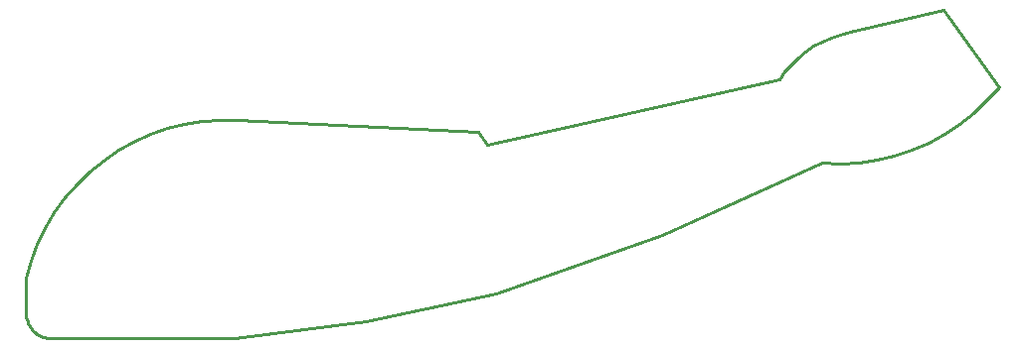
<source format=gko>
G04 EAGLE Gerber X2 export*
G75*
%MOMM*%
%FSLAX34Y34*%
%LPD*%
%AMOC8*
5,1,8,0,0,1.08239X$1,22.5*%
G01*
%ADD10C,0.254000*%


D10*
X0Y21499D02*
X82Y19625D01*
X327Y17766D01*
X733Y15935D01*
X1297Y14146D01*
X2014Y12413D01*
X2880Y10749D01*
X3888Y9168D01*
X5030Y7680D01*
X6297Y6297D01*
X7680Y5030D01*
X9168Y3888D01*
X10749Y2880D01*
X12413Y2014D01*
X14146Y1297D01*
X15935Y733D01*
X17766Y327D01*
X19625Y82D01*
X21499Y0D01*
X177800Y0D01*
X289757Y14198D01*
X400050Y38100D01*
X541555Y87908D01*
X678180Y149860D01*
X693640Y149402D01*
X709081Y150293D01*
X724385Y152527D01*
X739436Y156086D01*
X754120Y160943D01*
X768325Y167062D01*
X781943Y174395D01*
X794869Y182887D01*
X807006Y192474D01*
X818262Y203082D01*
X828550Y214630D01*
X781050Y280670D01*
X701550Y261520D01*
X693522Y259525D01*
X685698Y256837D01*
X678138Y253478D01*
X670899Y249473D01*
X664038Y244852D01*
X657605Y239651D01*
X651650Y233908D01*
X646218Y227669D01*
X641350Y220980D01*
X392430Y165100D01*
X384810Y176530D01*
X180551Y186610D01*
X165254Y186800D01*
X149998Y185657D01*
X134900Y183188D01*
X120075Y179413D01*
X105635Y174360D01*
X91690Y168068D01*
X78347Y160584D01*
X65707Y151966D01*
X53866Y142279D01*
X42915Y131597D01*
X32936Y120001D01*
X24005Y107579D01*
X16192Y94426D01*
X9554Y80643D01*
X4143Y66333D01*
X0Y51606D01*
X0Y21499D01*
M02*

</source>
